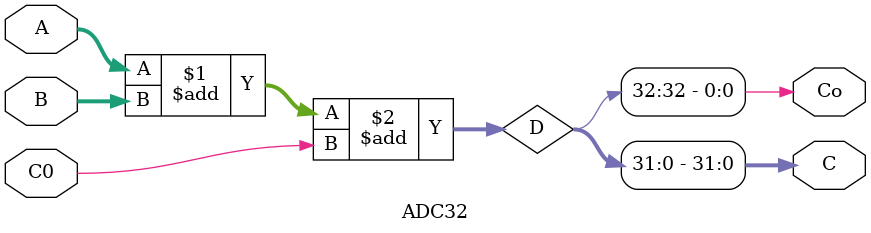
<source format=v>
`timescale 1ns / 1ps

module ADC32(
input wire C0,
input wire [31:0] A,
input wire [31:0] B,
output wire [31:0] C,
output wire Co
    );
	 
	 wire [32:0] D;
	 assign D=A+B+C0;
	 assign Co=D[32];
	 assign C=D[31:0];


endmodule

</source>
